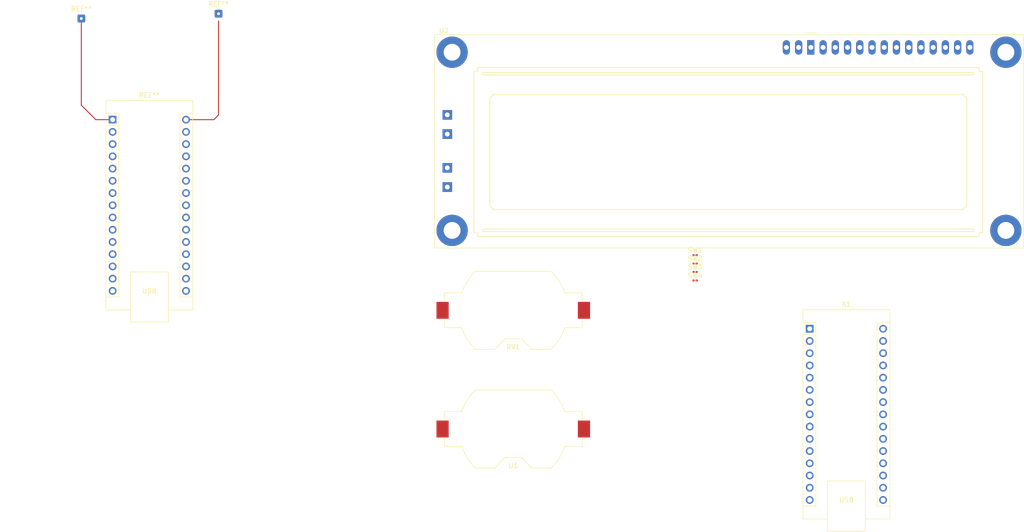
<source format=kicad_pcb>
(kicad_pcb (version 20240108) (generator "pcbnew") (generator_version "8.0")
  (layers (0 "F.Cu" signal) (31 "B.Cu" signal) (34 "B.Paste" user) (35 "F.Paste" user) (36 "B.SilkS" user "B.Silkscreen") (37 "F.SilkS" user "F.Silkscreen") (38 "B.Mask" user) (39 "F.Mask" user) (44 "Edge.Cuts" user))
  (net 0 "")
  (net 1 "+9V")
  (footprint "LED_SMD:LED_0201_0603Metric" (layer "F.Cu") (at 171.465 75.145)
    (property "Reference" "SW3" (at 0 -1.05 0) (layer "F.SilkS"))
    (property "Value" "SW_Push")
    (fp_circle (center -0.86 0) (end -0.81 0) (stroke (width 0.1)) (fill none) (layer "F.SilkS"))
    (pad "1" smd roundrect (at -0.32 0) (size 0.46 0.4) (layers "F.Cu" "F.Mask"))
    (pad "2" smd roundrect (at 0.32 0) (size 0.46 0.4) (layers "F.Cu" "F.Mask"))
  )
  (footprint "Module:Arduino_Nano" (layer "F.Cu") (at 195.26 86.92)
    (property "Reference" "A1" (at 7.62 -5.08 0) (layer "F.SilkS"))
    (property "Value" "Arduino_Nano_Every")
    (fp_line (start -1.4 -3.94) (end -1.4 -1.27) (stroke (width 0.12)) (layer "F.SilkS"))
    (fp_line (start -1.4 1.27) (end -1.4 39.5) (stroke (width 0.12)) (layer "F.SilkS"))
    (fp_line (start -1.4 39.5) (end 3.68 39.5) (stroke (width 0.12)) (layer "F.SilkS"))
    (fp_line (start 1.27 -1.27) (end -1.4 -1.27) (stroke (width 0.12)) (layer "F.SilkS"))
    (fp_line (start 1.27 1.27) (end -1.4 1.27) (stroke (width 0.12)) (layer "F.SilkS"))
    (fp_line (start 1.27 1.27) (end 1.27 -1.27) (stroke (width 0.12)) (layer "F.SilkS"))
    (fp_line (start 1.27 1.27) (end 1.27 36.83) (stroke (width 0.12)) (layer "F.SilkS"))
    (fp_line (start 1.27 36.83) (end -1.4 36.83) (stroke (width 0.12)) (layer "F.SilkS"))
    (fp_line (start 3.68 31.62) (end 11.56 31.62) (stroke (width 0.12)) (layer "F.SilkS"))
    (fp_line (start 3.68 42.04) (end 3.68 31.62) (stroke (width 0.12)) (layer "F.SilkS"))
    (fp_line (start 11.56 31.62) (end 11.56 42.04) (stroke (width 0.12)) (layer "F.SilkS"))
    (fp_line (start 11.56 42.04) (end 3.68 42.04) (stroke (width 0.12)) (layer "F.SilkS"))
    (fp_line (start 13.97 -1.27) (end 13.97 36.83) (stroke (width 0.12)) (layer "F.SilkS"))
    (fp_line (start 13.97 -1.27) (end 16.64 -1.27) (stroke (width 0.12)) (layer "F.SilkS"))
    (fp_line (start 13.97 36.83) (end 16.64 36.83) (stroke (width 0.12)) (layer "F.SilkS"))
    (fp_line (start 16.64 -3.94) (end -1.4 -3.94) (stroke (width 0.12)) (layer "F.SilkS"))
    (fp_line (start 16.64 39.5) (end 11.56 39.5) (stroke (width 0.12)) (layer "F.SilkS"))
    (fp_line (start 16.64 39.5) (end 16.64 -3.94) (stroke (width 0.12)) (layer "F.SilkS"))
    (fp_text user "USB" (at 7.62 35.56 0) (layer "F.SilkS"))
    (pad "1" thru_hole rect (at 0 0) (size 1.6 1.6) (drill 1) (layers "*.Cu" "*.Mask"))
    (pad "2" thru_hole oval (at 0 2.54) (size 1.6 1.6) (drill 1) (layers "*.Cu" "*.Mask"))
    (pad "3" thru_hole oval (at 0 5.08) (size 1.6 1.6) (drill 1) (layers "*.Cu" "*.Mask"))
    (pad "4" thru_hole oval (at 0 7.62) (size 1.6 1.6) (drill 1) (layers "*.Cu" "*.Mask"))
    (pad "5" thru_hole oval (at 0 10.16) (size 1.6 1.6) (drill 1) (layers "*.Cu" "*.Mask"))
    (pad "6" thru_hole oval (at 0 12.7) (size 1.6 1.6) (drill 1) (layers "*.Cu" "*.Mask"))
    (pad "7" thru_hole oval (at 0 15.24) (size 1.6 1.6) (drill 1) (layers "*.Cu" "*.Mask"))
    (pad "8" thru_hole oval (at 0 17.78) (size 1.6 1.6) (drill 1) (layers "*.Cu" "*.Mask"))
    (pad "9" thru_hole oval (at 0 20.32) (size 1.6 1.6) (drill 1) (layers "*.Cu" "*.Mask"))
    (pad "10" thru_hole oval (at 0 22.86) (size 1.6 1.6) (drill 1) (layers "*.Cu" "*.Mask"))
    (pad "11" thru_hole oval (at 0 25.4) (size 1.6 1.6) (drill 1) (layers "*.Cu" "*.Mask"))
    (pad "12" thru_hole oval (at 0 27.94) (size 1.6 1.6) (drill 1) (layers "*.Cu" "*.Mask"))
    (pad "13" thru_hole oval (at 0 30.48) (size 1.6 1.6) (drill 1) (layers "*.Cu" "*.Mask"))
    (pad "14" thru_hole oval (at 0 33.02) (size 1.6 1.6) (drill 1) (layers "*.Cu" "*.Mask"))
    (pad "15" thru_hole oval (at 0 35.56) (size 1.6 1.6) (drill 1) (layers "*.Cu" "*.Mask"))
    (pad "16" thru_hole oval (at 15.24 35.56) (size 1.6 1.6) (drill 1) (layers "*.Cu" "*.Mask"))
    (pad "17" thru_hole oval (at 15.24 33.02) (size 1.6 1.6) (drill 1) (layers "*.Cu" "*.Mask"))
    (pad "18" thru_hole oval (at 15.24 30.48) (size 1.6 1.6) (drill 1) (layers "*.Cu" "*.Mask"))
    (pad "19" thru_hole oval (at 15.24 27.94) (size 1.6 1.6) (drill 1) (layers "*.Cu" "*.Mask"))
    (pad "20" thru_hole oval (at 15.24 25.4) (size 1.6 1.6) (drill 1) (layers "*.Cu" "*.Mask"))
    (pad "21" thru_hole oval (at 15.24 22.86) (size 1.6 1.6) (drill 1) (layers "*.Cu" "*.Mask"))
    (pad "22" thru_hole oval (at 15.24 20.32) (size 1.6 1.6) (drill 1) (layers "*.Cu" "*.Mask"))
    (pad "23" thru_hole oval (at 15.24 17.78) (size 1.6 1.6) (drill 1) (layers "*.Cu" "*.Mask"))
    (pad "24" thru_hole oval (at 15.24 15.24) (size 1.6 1.6) (drill 1) (layers "*.Cu" "*.Mask"))
    (pad "25" thru_hole oval (at 15.24 12.7) (size 1.6 1.6) (drill 1) (layers "*.Cu" "*.Mask"))
    (pad "26" thru_hole oval (at 15.24 10.16) (size 1.6 1.6) (drill 1) (layers "*.Cu" "*.Mask"))
    (pad "27" thru_hole oval (at 15.24 7.62) (size 1.6 1.6) (drill 1) (layers "*.Cu" "*.Mask"))
    (pad "28" thru_hole oval (at 15.24 5.08) (size 1.6 1.6) (drill 1) (layers "*.Cu" "*.Mask"))
    (pad "29" thru_hole oval (at 15.24 2.54) (size 1.6 1.6) (drill 1) (layers "*.Cu" "*.Mask"))
    (pad "30" thru_hole oval (at 15.24 0) (size 1.6 1.6) (drill 1) (layers "*.Cu" "*.Mask") (net 1 "+9V"))
  )
  (footprint "Display:LCD-016N002L" (layer "F.Cu") (at 195.5 28.5)
    (property "Reference" "U2" (at -76.21 -3.41 180) (layer "F.SilkS"))
    (property "Value" "LCD-016N002L")
    (fp_line (start -78.14 -2.64) (end -78.14 41.64) (stroke (width 0.12)) (layer "F.SilkS"))
    (fp_line (start -78.14 41.64) (end 44.14 41.64) (stroke (width 0.12)) (layer "F.SilkS"))
    (fp_line (start -69.977 4.953) (end -69.977 38.481) (stroke (width 0.15)) (layer "F.SilkS"))
    (fp_line (start -69.215 4.191) (end -69.215 4.953) (stroke (width 0.15)) (layer "F.SilkS"))
    (fp_line (start -69.215 4.953) (end -69.977 4.953) (stroke (width 0.15)) (layer "F.SilkS"))
    (fp_line (start -69.215 38.481) (end -69.977 38.481) (stroke (width 0.15)) (layer "F.SilkS"))
    (fp_line (start -69.215 39.243) (end -69.215 38.481) (stroke (width 0.15)) (layer "F.SilkS"))
    (fp_line (start -69.215 39.243) (end 34.925 39.243) (stroke (width 0.15)) (layer "F.SilkS"))
    (fp_line (start -68.199 5.461) (end -67.945 5.715) (stroke (width 0.15)) (layer "F.SilkS"))
    (fp_line (start -68.199 37.973) (end -67.945 38.227) (stroke (width 0.15)) (layer "F.SilkS"))
    (fp_line (start -67.945 5.207) (end -68.199 5.461) (stroke (width 0.15)) (layer "F.SilkS"))
    (fp_line (start -67.945 5.715) (end 33.655 5.715) (stroke (width 0.15)) (layer "F.SilkS"))
    (fp_line (start -67.945 37.719) (end -68.199 37.973) (stroke (width 0.15)) (layer "F.SilkS"))
    (fp_line (start -67.945 38.227) (end 33.655 38.227) (stroke (width 0.15)) (layer "F.SilkS"))
    (fp_line (start -66.675 10.541) (end -65.913 9.779) (stroke (width 0.15)) (layer "F.SilkS"))
    (fp_line (start -66.675 32.893) (end -66.675 10.541) (stroke (width 0.15)) (layer "F.SilkS"))
    (fp_line (start -65.913 9.779) (end 31.623 9.779) (stroke (width 0.15)) (layer "F.SilkS"))
    (fp_line (start -65.913 33.655) (end -66.675 32.893) (stroke (width 0.15)) (layer "F.SilkS"))
    (fp_line (start -1 -3) (end 1 -3) (stroke (width 0.12)) (layer "F.SilkS"))
    (fp_line (start 31.623 9.779) (end 32.385 10.541) (stroke (width 0.15)) (layer "F.SilkS"))
    (fp_line (start 31.623 33.655) (end -65.913 33.655) (stroke (width 0.15)) (layer "F.SilkS"))
    (fp_line (start 32.385 10.541) (end 32.385 32.893) (stroke (width 0.15)) (layer "F.SilkS"))
    (fp_line (start 32.385 32.893) (end 31.623 33.655) (stroke (width 0.15)) (layer "F.SilkS"))
    (fp_line (start 33.655 5.207) (end -67.945 5.207) (stroke (width 0.15)) (layer "F.SilkS"))
    (fp_line (start 33.655 5.207) (end 33.909 5.461) (stroke (width 0.15)) (layer "F.SilkS"))
    (fp_line (start 33.655 37.719) (end -67.945 37.719) (stroke (width 0.15)) (layer "F.SilkS"))
    (fp_line (start 33.655 38.227) (end 33.909 37.973) (stroke (width 0.15)) (layer "F.SilkS"))
    (fp_line (start 33.909 5.461) (end 33.655 5.715) (stroke (width 0.15)) (layer "F.SilkS"))
    (fp_line (start 33.909 37.973) (end 33.655 37.719) (stroke (width 0.15)) (layer "F.SilkS"))
    (fp_line (start 34.925 4.191) (end -69.215 4.191) (stroke (width 0.15)) (layer "F.SilkS"))
    (fp_line (start 34.925 4.191) (end 34.925 4.953) (stroke (width 0.15)) (layer "F.SilkS"))
    (fp_line (start 34.925 4.953) (end 35.687 4.953) (stroke (width 0.15)) (layer "F.SilkS"))
    (fp_line (start 34.925 38.481) (end 34.925 39.243) (stroke (width 0.15)) (layer "F.SilkS"))
    (fp_line (start 35.687 38.481) (end 34.925 38.481) (stroke (width 0.15)) (layer "F.SilkS"))
    (fp_line (start 35.687 38.481) (end 35.687 4.953) (stroke (width 0.15)) (layer "F.SilkS"))
    (fp_line (start 44.14 -2.64) (end -78.14 -2.64) (stroke (width 0.12)) (layer "F.SilkS"))
    (fp_line (start 44.14 -2.64) (end 44.14 41.64) (stroke (width 0.12)) (layer "F.SilkS"))
    (pad "" thru_hole circle (at -74.5 1 180) (size 6.5 6.5) (drill 3.5) (layers "*.Cu" "*.Mask"))
    (pad "" thru_hole circle (at -74.5 38 180) (size 6.5 6.5) (drill 3.5) (layers "*.Cu" "*.Mask"))
    (pad "" thru_hole circle (at 40.5 1 180) (size 6.5 6.5) (drill 3.5) (layers "*.Cu" "*.Mask"))
    (pad "" thru_hole circle (at 40.5 38 180) (size 6.5 6.5) (drill 3.5) (layers "*.Cu" "*.Mask"))
    (pad "1" thru_hole rect (at 0 0 180) (size 1.5 3) (drill 1) (layers "*.Cu" "*.Mask"))
    (pad "2" thru_hole oval (at 2.54 0 180) (size 1.5 3) (drill 1) (layers "*.Cu" "*.Mask"))
    (pad "3" thru_hole oval (at 5.08 0 180) (size 1.5 3) (drill 1) (layers "*.Cu" "*.Mask"))
    (pad "4" thru_hole oval (at 7.62 0 180) (size 1.5 3) (drill 1) (layers "*.Cu" "*.Mask"))
    (pad "5" thru_hole oval (at 10.16 0 180) (size 1.5 3) (drill 1) (layers "*.Cu" "*.Mask"))
    (pad "6" thru_hole oval (at 12.7 0 180) (size 1.5 3) (drill 1) (layers "*.Cu" "*.Mask"))
    (pad "7" thru_hole oval (at 15.24 0 180) (size 1.5 3) (drill 1) (layers "*.Cu" "*.Mask"))
    (pad "8" thru_hole oval (at 17.78 0 180) (size 1.5 3) (drill 1) (layers "*.Cu" "*.Mask"))
    (pad "9" thru_hole oval (at 20.32 0 180) (size 1.5 3) (drill 1) (layers "*.Cu" "*.Mask"))
    (pad "10" thru_hole oval (at 22.86 0 180) (size 1.5 3) (drill 1) (layers "*.Cu" "*.Mask"))
    (pad "11" thru_hole oval (at 25.4 0 180) (size 1.5 3) (drill 1) (layers "*.Cu" "*.Mask"))
    (pad "12" thru_hole oval (at 27.94 0 180) (size 1.5 3) (drill 1) (layers "*.Cu" "*.Mask"))
    (pad "13" thru_hole oval (at 30.48 0 180) (size 1.5 3) (drill 1) (layers "*.Cu" "*.Mask"))
    (pad "14" thru_hole oval (at 33.02 0 180) (size 1.5 3) (drill 1) (layers "*.Cu" "*.Mask"))
    (pad "15" thru_hole oval (at -2.54 0 180) (size 1.5 3) (drill 1) (layers "*.Cu" "*.Mask"))
    (pad "16" thru_hole oval (at -5.08 0 180) (size 1.5 3) (drill 1) (layers "*.Cu" "*.Mask"))
    (pad "A1" thru_hole rect (at -75.5 14 180) (size 2 2) (drill 1) (layers "*.Cu" "*.Mask"))
    (pad "A2" thru_hole rect (at -75.5 25 180) (size 2 2) (drill 1) (layers "*.Cu" "*.Mask"))
    (pad "K1" thru_hole rect (at -75.5 18 180) (size 2 2) (drill 1) (layers "*.Cu" "*.Mask"))
    (pad "K2" thru_hole rect (at -75.5 29 180) (size 2 2) (drill 1) (layers "*.Cu" "*.Mask"))
  )
  (footprint "Battery:BatteryHolder_Keystone_1058_1x2032" (layer "F.Cu") (at 133.7 107.74191)
    (property "Reference" "U1" (at 0 7.62 0) (layer "F.SilkS"))
    (property "Value" "PCF8574")
    (fp_line (start -14.31 -3.61) (end -10.692 -3.61) (stroke (width 0.12)) (layer "F.SilkS"))
    (fp_line (start -14.31 -1.9) (end -14.31 -3.61) (stroke (width 0.12)) (layer "F.SilkS"))
    (fp_line (start -14.31 1.9) (end -14.31 3.61) (stroke (width 0.12)) (layer "F.SilkS"))
    (fp_line (start -10.692 3.61) (end -14.31 3.61) (stroke (width 0.12)) (layer "F.SilkS"))
    (fp_line (start -7.8473 -8.11) (end 7.8473 -8.11) (stroke (width 0.12)) (layer "F.SilkS"))
    (fp_line (start -3.86 8.11) (end -7.8473 8.11) (stroke (width 0.12)) (layer "F.SilkS"))
    (fp_line (start -1.66 5.91) (end -3.86 8.11) (stroke (width 0.12)) (layer "F.SilkS"))
    (fp_line (start 1.66 5.91) (end -1.66 5.91) (stroke (width 0.12)) (layer "F.SilkS"))
    (fp_line (start 1.66 5.91) (end 3.86 8.11) (stroke (width 0.12)) (layer "F.SilkS"))
    (fp_line (start 7.8473 8.11) (end 3.86 8.11) (stroke (width 0.12)) (layer "F.SilkS"))
    (fp_line (start 10.692 -3.61) (end 14.31 -3.61) (stroke (width 0.12)) (layer "F.SilkS"))
    (fp_line (start 14.31 -1.9) (end 14.31 -3.61) (stroke (width 0.12)) (layer "F.SilkS"))
    (fp_line (start 14.31 1.9) (end 14.31 3.61) (stroke (width 0.12)) (layer "F.SilkS"))
    (fp_line (start 14.31 3.61) (end 10.692 3.61) (stroke (width 0.12)) (layer "F.SilkS"))
    (fp_arc (start -10.692 -3.61) (mid -9.538084 -6.031244) (end -7.845371 -8.111789) (stroke (width 0.12)) (layer "F.SilkS"))
    (fp_arc (start -7.845371 8.111789) (mid -9.538085 6.031244) (end -10.692 3.61) (stroke (width 0.12)) (layer "F.SilkS"))
    (fp_arc (start 7.845371 -8.111789) (mid 9.538085 -6.031244) (end 10.692 -3.61) (stroke (width 0.12)) (layer "F.SilkS"))
    (fp_arc (start 10.692 3.61) (mid 9.538084 6.031244) (end 7.845371 8.111789) (stroke (width 0.12)) (layer "F.SilkS"))
    (pad "1" smd rect (at -14.68 0) (size 2.54 3.51) (layers "F.Cu" "F.Paste" "F.Mask"))
    (pad "2" smd rect (at 14.68 0) (size 2.54 3.51) (layers "F.Cu" "F.Paste" "F.Mask"))
  )
  (footprint "Connector_Wire:SolderWire-0.1sqmm_1x01_D0.4mm_OD1mm" (layer "F.Cu") (at 72.5 21.5)
    (property "Reference" "REF**" (at 0 -2 0) (layer "F.SilkS"))
    (property "Value" "SolderWire-0.1sqmm_1x01_D0.4mm_OD1mm")
    (pad "1" thru_hole roundrect (at 0 0) (size 1.6 1.6) (drill 0.6) (layers "*.Cu" "*.Mask") (roundrect_rratio 0.15625))
  )
  (footprint "Module:Arduino_Nano" (layer "F.Cu") (at 50.5 43.5)
    (property "Reference" "REF**" (at 7.62 -5.08 0) (layer "F.SilkS"))
    (property "Value" "Arduino_Nano")
    (fp_line (start -1.4 -3.94) (end -1.4 -1.27) (stroke (width 0.12)) (layer "F.SilkS"))
    (fp_line (start -1.4 1.27) (end -1.4 39.5) (stroke (width 0.12)) (layer "F.SilkS"))
    (fp_line (start -1.4 39.5) (end 3.68 39.5) (stroke (width 0.12)) (layer "F.SilkS"))
    (fp_line (start 1.27 -1.27) (end -1.4 -1.27) (stroke (width 0.12)) (layer "F.SilkS"))
    (fp_line (start 1.27 1.27) (end -1.4 1.27) (stroke (width 0.12)) (layer "F.SilkS"))
    (fp_line (start 1.27 1.27) (end 1.27 -1.27) (stroke (width 0.12)) (layer "F.SilkS"))
    (fp_line (start 1.27 1.27) (end 1.27 36.83) (stroke (width 0.12)) (layer "F.SilkS"))
    (fp_line (start 1.27 36.83) (end -1.4 36.83) (stroke (width 0.12)) (layer "F.SilkS"))
    (fp_line (start 3.68 31.62) (end 11.56 31.62) (stroke (width 0.12)) (layer "F.SilkS"))
    (fp_line (start 3.68 42.04) (end 3.68 31.62) (stroke (width 0.12)) (layer "F.SilkS"))
    (fp_line (start 11.56 31.62) (end 11.56 42.04) (stroke (width 0.12)) (layer "F.SilkS"))
    (fp_line (start 11.56 42.04) (end 3.68 42.04) (stroke (width 0.12)) (layer "F.SilkS"))
    (fp_line (start 13.97 -1.27) (end 13.97 36.83) (stroke (width 0.12)) (layer "F.SilkS"))
    (fp_line (start 13.97 -1.27) (end 16.64 -1.27) (stroke (width 0.12)) (layer "F.SilkS"))
    (fp_line (start 13.97 36.83) (end 16.64 36.83) (stroke (width 0.12)) (layer "F.SilkS"))
    (fp_line (start 16.64 -3.94) (end -1.4 -3.94) (stroke (width 0.12)) (layer "F.SilkS"))
    (fp_line (start 16.64 39.5) (end 11.56 39.5) (stroke (width 0.12)) (layer "F.SilkS"))
    (fp_line (start 16.64 39.5) (end 16.64 -3.94) (stroke (width 0.12)) (layer "F.SilkS"))
    (fp_text user "USB" (at 7.62 35.56 0) (layer "F.SilkS"))
    (pad "1" thru_hole rect (at 0 0) (size 1.6 1.6) (drill 1) (layers "*.Cu" "*.Mask"))
    (pad "2" thru_hole oval (at 0 2.54) (size 1.6 1.6) (drill 1) (layers "*.Cu" "*.Mask"))
    (pad "3" thru_hole oval (at 0 5.08) (size 1.6 1.6) (drill 1) (layers "*.Cu" "*.Mask"))
    (pad "4" thru_hole oval (at 0 7.62) (size 1.6 1.6) (drill 1) (layers "*.Cu" "*.Mask"))
    (pad "5" thru_hole oval (at 0 10.16) (size 1.6 1.6) (drill 1) (layers "*.Cu" "*.Mask"))
    (pad "6" thru_hole oval (at 0 12.7) (size 1.6 1.6) (drill 1) (layers "*.Cu" "*.Mask"))
    (pad "7" thru_hole oval (at 0 15.24) (size 1.6 1.6) (drill 1) (layers "*.Cu" "*.Mask"))
    (pad "8" thru_hole oval (at 0 17.78) (size 1.6 1.6) (drill 1) (layers "*.Cu" "*.Mask"))
    (pad "9" thru_hole oval (at 0 20.32) (size 1.6 1.6) (drill 1) (layers "*.Cu" "*.Mask"))
    (pad "10" thru_hole oval (at 0 22.86) (size 1.6 1.6) (drill 1) (layers "*.Cu" "*.Mask"))
    (pad "11" thru_hole oval (at 0 25.4) (size 1.6 1.6) (drill 1) (layers "*.Cu" "*.Mask"))
    (pad "12" thru_hole oval (at 0 27.94) (size 1.6 1.6) (drill 1) (layers "*.Cu" "*.Mask"))
    (pad "13" thru_hole oval (at 0 30.48) (size 1.6 1.6) (drill 1) (layers "*.Cu" "*.Mask"))
    (pad "14" thru_hole oval (at 0 33.02) (size 1.6 1.6) (drill 1) (layers "*.Cu" "*.Mask"))
    (pad "15" thru_hole oval (at 0 35.56) (size 1.6 1.6) (drill 1) (layers "*.Cu" "*.Mask"))
    (pad "16" thru_hole oval (at 15.24 35.56) (size 1.6 1.6) (drill 1) (layers "*.Cu" "*.Mask"))
    (pad "17" thru_hole oval (at 15.24 33.02) (size 1.6 1.6) (drill 1) (layers "*.Cu" "*.Mask"))
    (pad "18" thru_hole oval (at 15.24 30.48) (size 1.6 1.6) (drill 1) (layers "*.Cu" "*.Mask"))
    (pad "19" thru_hole oval (at 15.24 27.94) (size 1.6 1.6) (drill 1) (layers "*.Cu" "*.Mask"))
    (pad "20" thru_hole oval (at 15.24 25.4) (size 1.6 1.6) (drill 1) (layers "*.Cu" "*.Mask"))
    (pad "21" thru_hole oval (at 15.24 22.86) (size 1.6 1.6) (drill 1) (layers "*.Cu" "*.Mask"))
    (pad "22" thru_hole oval (at 15.24 20.32) (size 1.6 1.6) (drill 1) (layers "*.Cu" "*.Mask"))
    (pad "23" thru_hole oval (at 15.24 17.78) (size 1.6 1.6) (drill 1) (layers "*.Cu" "*.Mask"))
    (pad "24" thru_hole oval (at 15.24 15.24) (size 1.6 1.6) (drill 1) (layers "*.Cu" "*.Mask"))
    (pad "25" thru_hole oval (at 15.24 12.7) (size 1.6 1.6) (drill 1) (layers "*.Cu" "*.Mask"))
    (pad "26" thru_hole oval (at 15.24 10.16) (size 1.6 1.6) (drill 1) (layers "*.Cu" "*.Mask"))
    (pad "27" thru_hole oval (at 15.24 7.62) (size 1.6 1.6) (drill 1) (layers "*.Cu" "*.Mask"))
    (pad "28" thru_hole oval (at 15.24 5.08) (size 1.6 1.6) (drill 1) (layers "*.Cu" "*.Mask"))
    (pad "29" thru_hole oval (at 15.24 2.54) (size 1.6 1.6) (drill 1) (layers "*.Cu" "*.Mask"))
    (pad "30" thru_hole oval (at 15.24 0) (size 1.6 1.6) (drill 1) (layers "*.Cu" "*.Mask"))
  )
  (footprint "LED_SMD:LED_0201_0603Metric" (layer "F.Cu") (at 171.465 71.645)
    (property "Reference" "SW1" (at 0 -1.05 0) (layer "F.SilkS"))
    (property "Value" "SW_Push")
    (fp_circle (center -0.86 0) (end -0.81 0) (stroke (width 0.1)) (fill none) (layer "F.SilkS"))
    (pad "1" smd roundrect (at -0.32 0) (size 0.46 0.4) (layers "F.Cu" "F.Mask"))
    (pad "2" smd roundrect (at 0.32 0) (size 0.46 0.4) (layers "F.Cu" "F.Mask"))
  )
  (footprint "Battery:BatteryHolder_Keystone_1058_1x2032" (layer "F.Cu") (at 133.7 83.09397)
    (property "Reference" "RV1" (at 0 7.62 0) (layer "F.SilkS"))
    (property "Value" "R_Potentiometer")
    (fp_line (start -14.31 -3.61) (end -10.692 -3.61) (stroke (width 0.12)) (layer "F.SilkS"))
    (fp_line (start -14.31 -1.9) (end -14.31 -3.61) (stroke (width 0.12)) (layer "F.SilkS"))
    (fp_line (start -14.31 1.9) (end -14.31 3.61) (stroke (width 0.12)) (layer "F.SilkS"))
    (fp_line (start -10.692 3.61) (end -14.31 3.61) (stroke (width 0.12)) (layer "F.SilkS"))
    (fp_line (start -7.8473 -8.11) (end 7.8473 -8.11) (stroke (width 0.12)) (layer "F.SilkS"))
    (fp_line (start -3.86 8.11) (end -7.8473 8.11) (stroke (width 0.12)) (layer "F.SilkS"))
    (fp_line (start -1.66 5.91) (end -3.86 8.11) (stroke (width 0.12)) (layer "F.SilkS"))
    (fp_line (start 1.66 5.91) (end -1.66 5.91) (stroke (width 0.12)) (layer "F.SilkS"))
    (fp_line (start 1.66 5.91) (end 3.86 8.11) (stroke (width 0.12)) (layer "F.SilkS"))
    (fp_line (start 7.8473 8.11) (end 3.86 8.11) (stroke (width 0.12)) (layer "F.SilkS"))
    (fp_line (start 10.692 -3.61) (end 14.31 -3.61) (stroke (width 0.12)) (layer "F.SilkS"))
    (fp_line (start 14.31 -1.9) (end 14.31 -3.61) (stroke (width 0.12)) (layer "F.SilkS"))
    (fp_line (start 14.31 1.9) (end 14.31 3.61) (stroke (width 0.12)) (layer "F.SilkS"))
    (fp_line (start 14.31 3.61) (end 10.692 3.61) (stroke (width 0.12)) (layer "F.SilkS"))
    (fp_arc (start -10.692 -3.61) (mid -9.538084 -6.031244) (end -7.845371 -8.111789) (stroke (width 0.12)) (layer "F.SilkS"))
    (fp_arc (start -7.845371 8.111789) (mid -9.538085 6.031244) (end -10.692 3.61) (stroke (width 0.12)) (layer "F.SilkS"))
    (fp_arc (start 7.845371 -8.111789) (mid 9.538085 -6.031244) (end 10.692 -3.61) (stroke (width 0.12)) (layer "F.SilkS"))
    (fp_arc (start 10.692 3.61) (mid 9.538084 6.031244) (end 7.845371 8.111789) (stroke (width 0.12)) (layer "F.SilkS"))
    (pad "1" smd rect (at -14.68 0) (size 2.54 3.51) (layers "F.Cu" "F.Paste" "F.Mask"))
    (pad "2" smd rect (at 14.68 0) (size 2.54 3.51) (layers "F.Cu" "F.Paste" "F.Mask"))
  )
  (footprint "Connector_Wire:SolderWire-0.1sqmm_1x01_D0.4mm_OD1mm" (layer "F.Cu") (at 44 22.5)
    (property "Reference" "REF**" (at 0 -2 0) (layer "F.SilkS"))
    (property "Value" "SolderWire-0.1sqmm_1x01_D0.4mm_OD1mm")
    (pad "1" thru_hole roundrect (at 0 0) (size 1.6 1.6) (drill 0.6) (layers "*.Cu" "*.Mask") (roundrect_rratio 0.15625))
  )
  (footprint "LED_SMD:LED_0201_0603Metric" (layer "F.Cu") (at 171.465 73.395)
    (property "Reference" "SW2" (at 0 -1.05 0) (layer "F.SilkS"))
    (property "Value" "SW_Push")
    (fp_circle (center -0.86 0) (end -0.81 0) (stroke (width 0.1)) (fill none) (layer "F.SilkS"))
    (pad "1" smd roundrect (at -0.32 0) (size 0.46 0.4) (layers "F.Cu" "F.Mask"))
    (pad "2" smd roundrect (at 0.32 0) (size 0.46 0.4) (layers "F.Cu" "F.Mask"))
  )
  (footprint "LED_SMD:LED_0201_0603Metric" (layer "F.Cu") (at 171.465 76.895)
    (property "Reference" "SW4" (at 0 -1.05 0) (layer "F.SilkS"))
    (property "Value" "SW_Push")
    (fp_circle (center -0.86 0) (end -0.81 0) (stroke (width 0.1)) (fill none) (layer "F.SilkS"))
    (pad "1" smd roundrect (at -0.32 0) (size 0.46 0.4) (layers "F.Cu" "F.Mask"))
    (pad "2" smd roundrect (at 0.32 0) (size 0.46 0.4) (layers "F.Cu" "F.Mask"))
  )
  (segment (start 44 40.5) (end 44 22.5) (width 0.2) (layer "F.Cu") (net 0))
  (segment (start 50.5 43.5) (end 47 43.5) (width 0.2) (layer "F.Cu") (net 0))
  (segment (start 71.5 43.5) (end 72.5 42.5) (width 0.2) (layer "F.Cu") (net 0))
  (segment (start 72.5 42.5) (end 72.5 23) (width 0.2) (layer "F.Cu") (net 0))
  (segment (start 65.74 43.5) (end 71.5 43.5) (width 0.2) (layer "F.Cu") (net 0))
  (segment (start 47 43.5) (end 44 40.5) (width 0.2) (layer "F.Cu") (net 0))
)
</source>
